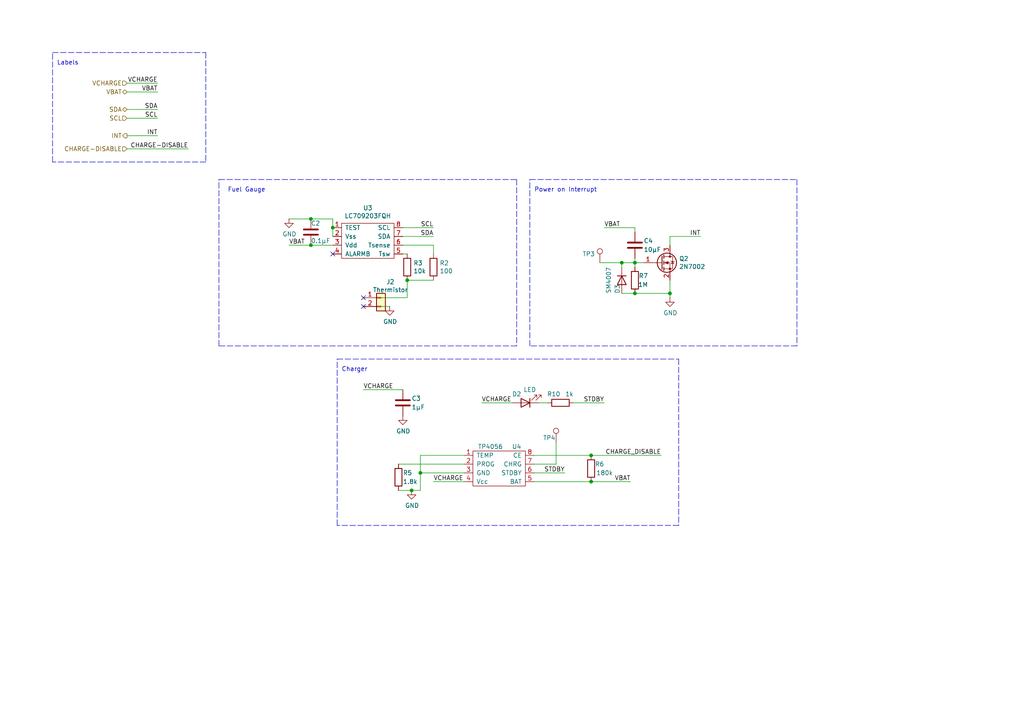
<source format=kicad_sch>
(kicad_sch (version 20250114) (generator "eeschema") (generator_version "9.0")
  (paper "A4")
  (title_block (title "SuperPower-uC") (date "2020-09-20") (rev "0.1") (comment 1 "Licence: CERN-OHL-W"))
  (lib_symbols
    (symbol "Connector:TestPoint" (pin_numbers (hide yes)) (pin_names (offset 0.762) (hide yes))
      (property "Reference" "TP" (at 0 6.858 0))
      (property "Value" "TestPoint" (at 0 5.08 0))
      (symbol "TestPoint_0_1"
        (circle (center 0 3.302) (radius 0.762))
      )
      (symbol "TestPoint_1_1"
        (pin passive line (at 0 0 90) (length 2.54) (name "1") (number "1"))
      )
    )
    (symbol "Connector_Generic:Conn_01x02" (pin_names (offset 1.016) (hide yes))
      (property "Reference" "J" (at 0 2.54 0))
      (property "Value" "Conn_01x02" (at 0 -5.08 0))
      (symbol "Conn_01x02_1_1"
        (rectangle (start -1.27 1.27) (end 1.27 -3.81) (stroke (width 0.254)) (fill (type background)))
        (rectangle (start -1.27 0.127) (end 0 -0.127) (stroke (width 0.1524)))
        (rectangle (start -1.27 -2.413) (end 0 -2.667) (stroke (width 0.1524)))
        (pin passive line (at -5.08 0 0) (length 3.81) (name "Pin_1") (number "1"))
        (pin passive line (at -5.08 -2.54 0) (length 3.81) (name "Pin_2") (number "2"))
      )
    )
    (symbol "Device:C" (pin_numbers (hide yes)) (pin_names (offset 0.254))
      (property "Reference" "C" (at 0.635 2.54 0))
      (property "Value" "C" (at 0.635 -2.54 0))
      (symbol "C_0_1"
        (polyline (pts (xy -2.032 0.762) (xy 2.032 0.762)) (stroke (width 0.508)))
        (polyline (pts (xy -2.032 -0.762) (xy 2.032 -0.762)) (stroke (width 0.508)))
      )
      (symbol "C_1_1"
        (pin passive line (at 0 3.81 270) (length 2.794) (name "~") (number "1"))
        (pin passive line (at 0 -3.81 90) (length 2.794) (name "~") (number "2"))
      )
    )
    (symbol "Device:LED" (pin_numbers (hide yes)) (pin_names (offset 1.016) (hide yes))
      (property "Reference" "D" (at 0 2.54 0))
      (property "Value" "LED" (at 0 -2.54 0))
      (symbol "LED_0_1"
        (polyline (pts (xy -3.048 -0.762) (xy -4.572 -2.286) (xy -3.81 -2.286) (xy -4.572 -2.286) (xy -4.572 -1.524)))
        (polyline (pts (xy -1.778 -0.762) (xy -3.302 -2.286) (xy -2.54 -2.286) (xy -3.302 -2.286) (xy -3.302 -1.524)))
        (polyline (pts (xy -1.27 0) (xy 1.27 0)))
        (polyline (pts (xy -1.27 -1.27) (xy -1.27 1.27)) (stroke (width 0.254)))
        (polyline (pts (xy 1.27 -1.27) (xy 1.27 1.27) (xy -1.27 0) (xy 1.27 -1.27)) (stroke (width 0.254)))
      )
      (symbol "LED_1_1"
        (pin passive line (at -3.81 0 0) (length 2.54) (name "K") (number "1"))
        (pin passive line (at 3.81 0 180) (length 2.54) (name "A") (number "2"))
      )
    )
    (symbol "Device:R" (pin_numbers (hide yes)) (pin_names (offset 0))
      (property "Reference" "R" (at 2.032 0 90))
      (property "Value" "R" (at 0 0 90))
      (symbol "R_0_1"
        (rectangle (start -1.016 -2.54) (end 1.016 2.54) (stroke (width 0.254)))
      )
      (symbol "R_1_1"
        (pin passive line (at 0 3.81 270) (length 1.27) (name "~") (number "1"))
        (pin passive line (at 0 -3.81 90) (length 1.27) (name "~") (number "2"))
      )
    )
    (symbol "Diode:SM4007" (pin_numbers (hide yes)) (pin_names (hide yes))
      (property "Reference" "D" (at 0 2.54 0))
      (property "Value" "SM4007" (at 0 -2.54 0))
      (symbol "SM4007_0_1"
        (polyline (pts (xy -1.27 1.27) (xy -1.27 -1.27)) (stroke (width 0.254)))
        (polyline (pts (xy 1.27 1.27) (xy 1.27 -1.27) (xy -1.27 0) (xy 1.27 1.27)) (stroke (width 0.254)))
        (polyline (pts (xy 1.27 0) (xy -1.27 0)))
      )
      (symbol "SM4007_1_1"
        (pin passive line (at -3.81 0 0) (length 2.54) (name "K") (number "1"))
        (pin passive line (at 3.81 0 180) (length 2.54) (name "A") (number "2"))
      )
    )
    (symbol "LC709203FQH:LC709203FQH" (pin_names (offset 1.016))
      (property "Reference" "U" (at 0 1.27 0))
      (property "Value" "LC709203FQH" (at 0 6.35 0))
      (symbol "LC709203FQH_0_0"
        (pin input line (at -10.16 3.81 0) (length 2.54) (name "TEST") (number "1"))
        (pin power_in line (at -10.16 1.27 0) (length 2.54) (name "Vss") (number "2"))
        (pin power_in line (at -10.16 -1.27 0) (length 2.54) (name "Vdd") (number "3"))
        (pin open_collector line (at -10.16 -3.81 0) (length 2.54) (name "ALARMB") (number "4"))
        (pin input line (at 10.16 3.81 180) (length 2.54) (name "SCL") (number "8"))
        (pin bidirectional line (at 10.16 1.27 180) (length 2.54) (name "SDA") (number "7"))
        (pin input line (at 10.16 -1.27 180) (length 2.54) (name "Tsense") (number "6"))
        (pin output line (at 10.16 -3.81 180) (length 2.54) (name "Tsw") (number "5"))
      )
      (symbol "LC709203FQH_0_1"
        (rectangle (start 7.62 5.08) (end -7.62 -5.08))
      )
    )
    (symbol "TP4056:TP4056" (pin_names (offset 1.016))
      (property "Reference" "U" (at 0 2.54 0))
      (property "Value" "TP4056" (at -1.27 5.08 0))
      (symbol "TP4056_0_0"
        (pin input line (at -10.16 2.54 0) (length 2.54) (name "TEMP") (number "1"))
        (pin input line (at -10.16 0 0) (length 2.54) (name "PROG") (number "2"))
        (pin power_in line (at -10.16 -2.54 0) (length 2.54) (name "GND") (number "3"))
        (pin power_in line (at -10.16 -5.08 0) (length 2.54) (name "Vcc") (number "4"))
        (pin input line (at 10.16 2.54 180) (length 2.54) (name "CE") (number "8"))
        (pin output line (at 10.16 0 180) (length 2.54) (name "CHRG") (number "7"))
        (pin output line (at 10.16 -2.54 180) (length 2.54) (name "STDBY") (number "6"))
        (pin power_out line (at 10.16 -5.08 180) (length 2.54) (name "BAT") (number "5"))
      )
      (symbol "TP4056_0_1"
        (rectangle (start -7.62 3.81) (end 7.62 -6.35))
      )
    )
    (symbol "Transistor_FET:2N7002" (pin_names (hide yes))
      (property "Reference" "Q" (at 5.08 1.905 0))
      (property "Value" "2N7002" (at 5.08 0 0))
      (symbol "2N7002_0_1"
        (polyline (pts (xy 0.254 1.905) (xy 0.254 -1.905)) (stroke (width 0.254)))
        (polyline (pts (xy 0.254 0) (xy -2.54 0)))
        (polyline (pts (xy 0.762 2.286) (xy 0.762 1.27)) (stroke (width 0.254)))
        (polyline (pts (xy 0.762 0.508) (xy 0.762 -0.508)) (stroke (width 0.254)))
        (polyline (pts (xy 0.762 -1.27) (xy 0.762 -2.286)) (stroke (width 0.254)))
        (polyline (pts (xy 0.762 -1.778) (xy 3.302 -1.778) (xy 3.302 1.778) (xy 0.762 1.778)))
        (polyline (pts (xy 1.016 0) (xy 2.032 0.381) (xy 2.032 -0.381) (xy 1.016 0)) (fill (type outline)))
        (circle (center 1.651 0) (radius 2.794) (stroke (width 0.254)))
        (polyline (pts (xy 2.54 2.54) (xy 2.54 1.778)))
        (circle (center 2.54 1.778) (radius 0.254) (fill (type outline)))
        (circle (center 2.54 -1.778) (radius 0.254) (fill (type outline)))
        (polyline (pts (xy 2.54 -2.54) (xy 2.54 0) (xy 0.762 0)))
        (polyline (pts (xy 2.794 0.508) (xy 2.921 0.381) (xy 3.683 0.381) (xy 3.81 0.254)))
        (polyline (pts (xy 3.302 0.381) (xy 2.921 -0.254) (xy 3.683 -0.254) (xy 3.302 0.381)))
      )
      (symbol "2N7002_1_1"
        (pin input line (at -5.08 0 0) (length 2.54) (name "G") (number "1"))
        (pin passive line (at 2.54 5.08 270) (length 2.54) (name "D") (number "3"))
        (pin passive line (at 2.54 -5.08 90) (length 2.54) (name "S") (number "2"))
      )
    )
    (symbol "power:GND" (power) (pin_numbers (hide yes)) (pin_names (offset 0) (hide yes))
      (property "Value" "GND" (at 0 -3.81 0))
      (symbol "GND_0_1"
        (polyline (pts (xy 0 0) (xy 0 -1.27) (xy 1.27 -1.27) (xy 0 -2.54) (xy -1.27 -1.27) (xy 0 -1.27)))
      )
      (symbol "GND_1_1"
        (pin power_in line (at 0 0 270) (length 0) (name "~") (number "1"))
      )
    )
  )
  (text "Labels\n" (at 16.51 19.05 0) (effects (font (size 1.27 1.27)) (justify left bottom)))
  (text "Charger\n" (at 99.06 107.95 0) (effects (font (size 1.27 1.27)) (justify left bottom)))
  (text "Power on Interrupt" (at 154.94 55.88 0) (effects (font (size 1.27 1.27)) (justify left bottom)))
  (text "Fuel Gauge" (at 66.04 55.88 0) (effects (font (size 1.27 1.27)) (justify left bottom)))
  (junction (at 119.38 142.24))
  (junction (at 180.34 76.2))
  (junction (at 118.11 81.28))
  (junction (at 96.52 66.04))
  (junction (at 90.17 71.12))
  (junction (at 194.31 85.09))
  (junction (at 121.92 137.16))
  (junction (at 171.45 139.7))
  (junction (at 184.15 85.09))
  (junction (at 184.15 76.2))
  (junction (at 171.45 132.08))
  (junction (at 90.17 63.5))
  (no_connect (at 96.52 73.66))
  (no_connect (at 105.41 86.36))
  (no_connect (at 105.41 88.9))
  (wire (pts (xy 121.92 132.08) (xy 121.92 137.16)))
  (wire (pts (xy 119.38 142.24) (xy 121.92 142.24)))
  (polyline (pts (xy 59.69 15.24) (xy 59.69 46.99)) (stroke (width 0) (type dash)))
  (polyline (pts (xy 59.69 46.99) (xy 15.24 46.99)) (stroke (width 0) (type dash)))
  (wire (pts (xy 171.45 139.7) (xy 182.88 139.7)))
  (polyline (pts (xy 15.24 46.99) (xy 15.24 15.24)) (stroke (width 0) (type dash)))
  (wire (pts (xy 116.84 73.66) (xy 118.11 73.66)))
  (wire (pts (xy 125.73 139.7) (xy 134.62 139.7)))
  (wire (pts (xy 171.45 132.08) (xy 154.94 132.08)))
  (wire (pts (xy 166.37 116.84) (xy 175.26 116.84)))
  (wire (pts (xy 36.83 43.18) (xy 54.61 43.18)))
  (wire (pts (xy 175.26 66.04) (xy 184.15 66.04)))
  (wire (pts (xy 194.31 71.12) (xy 194.31 68.58)))
  (wire (pts (xy 36.83 39.37) (xy 45.72 39.37)))
  (wire (pts (xy 171.45 132.08) (xy 191.77 132.08)))
  (wire (pts (xy 83.82 71.12) (xy 90.17 71.12)))
  (wire (pts (xy 116.84 71.12) (xy 125.73 71.12)))
  (wire (pts (xy 184.15 66.04) (xy 184.15 67.31)))
  (wire (pts (xy 194.31 85.09) (xy 194.31 86.36)))
  (polyline (pts (xy 149.86 100.33) (xy 63.5 100.33)) (stroke (width 0) (type dash)))
  (wire (pts (xy 180.34 76.2) (xy 173.99 76.2)))
  (wire (pts (xy 96.52 68.58) (xy 96.52 66.04)))
  (wire (pts (xy 184.15 76.2) (xy 184.15 77.47)))
  (polyline (pts (xy 15.24 15.24) (xy 59.69 15.24)) (stroke (width 0) (type dash)))
  (wire (pts (xy 45.72 31.75) (xy 36.83 31.75)))
  (wire (pts (xy 148.59 116.84) (xy 139.7 116.84)))
  (polyline (pts (xy 97.79 152.4) (xy 97.79 104.14)) (stroke (width 0) (type dash)))
  (wire (pts (xy 194.31 68.58) (xy 203.2 68.58)))
  (wire (pts (xy 171.45 139.7) (xy 154.94 139.7)))
  (wire (pts (xy 96.52 71.12) (xy 90.17 71.12)))
  (polyline (pts (xy 63.5 100.33) (xy 63.5 52.07)) (stroke (width 0) (type dash)))
  (wire (pts (xy 96.52 63.5) (xy 96.52 66.04)))
  (wire (pts (xy 121.92 132.08) (xy 134.62 132.08)))
  (wire (pts (xy 134.62 137.16) (xy 121.92 137.16)))
  (wire (pts (xy 161.29 134.62) (xy 161.29 128.27)))
  (wire (pts (xy 118.11 81.28) (xy 118.11 86.36)))
  (wire (pts (xy 121.92 137.16) (xy 121.92 142.24)))
  (polyline (pts (xy 231.14 52.07) (xy 231.14 100.33)) (stroke (width 0) (type dash)))
  (wire (pts (xy 154.94 137.16) (xy 163.83 137.16)))
  (wire (pts (xy 154.94 134.62) (xy 161.29 134.62)))
  (wire (pts (xy 184.15 76.2) (xy 186.69 76.2)))
  (polyline (pts (xy 231.14 100.33) (xy 153.67 100.33)) (stroke (width 0) (type dash)))
  (wire (pts (xy 110.49 88.9) (xy 113.03 88.9)))
  (polyline (pts (xy 196.85 104.14) (xy 196.85 152.4)) (stroke (width 0) (type dash)))
  (polyline (pts (xy 196.85 152.4) (xy 97.79 152.4)) (stroke (width 0) (type dash)))
  (wire (pts (xy 83.82 63.5) (xy 90.17 63.5)))
  (wire (pts (xy 156.21 116.84) (xy 158.75 116.84)))
  (wire (pts (xy 180.34 85.09) (xy 184.15 85.09)))
  (wire (pts (xy 125.73 66.04) (xy 116.84 66.04)))
  (wire (pts (xy 90.17 63.5) (xy 96.52 63.5)))
  (polyline (pts (xy 149.86 52.07) (xy 149.86 100.33)) (stroke (width 0) (type dash)))
  (polyline (pts (xy 153.67 52.07) (xy 231.14 52.07)) (stroke (width 0) (type dash)))
  (wire (pts (xy 105.41 113.03) (xy 116.84 113.03)))
  (wire (pts (xy 115.57 134.62) (xy 134.62 134.62)))
  (polyline (pts (xy 63.5 52.07) (xy 149.86 52.07)) (stroke (width 0) (type dash)))
  (wire (pts (xy 118.11 81.28) (xy 125.73 81.28)))
  (polyline (pts (xy 153.67 100.33) (xy 153.67 52.07)) (stroke (width 0) (type dash)))
  (wire (pts (xy 125.73 68.58) (xy 116.84 68.58)))
  (wire (pts (xy 45.72 26.67) (xy 36.83 26.67)))
  (wire (pts (xy 125.73 71.12) (xy 125.73 73.66)))
  (polyline (pts (xy 97.79 104.14) (xy 196.85 104.14)) (stroke (width 0) (type dash)))
  (wire (pts (xy 45.72 34.29) (xy 36.83 34.29)))
  (wire (pts (xy 118.11 86.36) (xy 110.49 86.36)))
  (wire (pts (xy 180.34 76.2) (xy 180.34 77.47)))
  (wire (pts (xy 194.31 81.28) (xy 194.31 85.09)))
  (wire (pts (xy 184.15 74.93) (xy 184.15 76.2)))
  (wire (pts (xy 119.38 142.24) (xy 115.57 142.24)))
  (wire (pts (xy 36.83 24.13) (xy 45.72 24.13)))
  (wire (pts (xy 184.15 76.2) (xy 180.34 76.2)))
  (wire (pts (xy 184.15 85.09) (xy 194.31 85.09)))
  (label "SCL" (at 45.72 34.29 180))
  (label "CHARGE-DISABLE" (at 54.61 43.18 180))
  (label "VBAT" (at 83.82 71.12 0))
  (label "CHARGE_DISABLE" (at 191.77 132.08 180))
  (label "INT" (at 45.72 39.37 180))
  (label "VCHARGE" (at 105.41 113.03 0))
  (label "VBAT" (at 45.72 26.67 180))
  (label "INT" (at 203.2 68.58 180))
  (label "VCHARGE" (at 125.73 139.7 0))
  (label "VBAT" (at 175.26 66.04 0))
  (label "SDA" (at 125.73 68.58 180))
  (label "SCL" (at 125.73 66.04 180))
  (label "VBAT" (at 182.88 139.7 180))
  (label "STDBY" (at 163.83 137.16 180))
  (label "VCHARGE" (at 139.7 116.84 0))
  (label "STDBY" (at 175.26 116.84 180))
  (label "SDA" (at 45.72 31.75 180))
  (label "VCHARGE" (at 45.72 24.13 180))
  (hierarchical_label "INT" (shape output) (at 36.83 39.37 180))
  (hierarchical_label "SDA" (shape bidirectional) (at 36.83 31.75 180))
  (hierarchical_label "SCL" (shape input) (at 36.83 34.29 180))
  (hierarchical_label "VBAT" (shape bidirectional) (at 36.83 26.67 180))
  (hierarchical_label "VCHARGE" (shape input) (at 36.83 24.13 180))
  (hierarchical_label "CHARGE-DISABLE" (shape input) (at 36.83 43.18 180))
  (symbol (lib_id "TP4056:TP4056") (at 144.78 134.62 0) (unit 1)
    (property "Reference" "U4" (at 149.86 129.54 0))
    (property "Value" "TP4056" (at 142.24 129.54 0))
    (property "Footprint" "Package_SO:SOP-8_3.9x4.9mm_P1.27mm" (effects (hide yes)))
    (property "Datasheet" "https://dlnmh9ip6v2uc.cloudfront.net/datasheets/Prototyping/TP4056.pdf" (effects (hide yes)))
    (property "LCSC" "C16581" (effects (hide yes)))
  )
  (symbol (lib_id "LC709203FQH:LC709203FQH") (at 106.68 69.85 0) (unit 1)
    (property "Reference" "U3" (at 106.68 60.325 0))
    (property "Value" "LC709203FQH" (at 106.68 62.6364 0))
    (property "Footprint" "Package_DFN_QFN:WDFN-8-1EP_4x3mm_P0.65mm_EP2.4x1.8mm" (effects (hide yes)))
    (property "Datasheet" "https://www.onsemi.com/pub/Collateral/LC709203F-D.PDF" (effects (hide yes)))
    (property "LCSC" "C152311" (effects (hide yes)))
  )
  (symbol (lib_id "Device:R") (at 125.73 77.47 0) (unit 1)
    (property "Reference" "R2" (at 127.508 76.3016 0) (effects (justify left)))
    (property "Value" "100" (at 127.508 78.613 0) (effects (justify left)))
    (property "Footprint" "Resistor_SMD:R_0603_1608Metric_Pad0.98x0.95mm_HandSolder" (effects (hide yes)))
    (property "LCSC" "C22775" (effects (hide yes)))
  )
  (symbol (lib_id "Device:R") (at 118.11 77.47 0) (unit 1)
    (property "Reference" "R3" (at 119.888 76.3016 0) (effects (justify left)))
    (property "Value" "10k" (at 119.888 78.613 0) (effects (justify left)))
    (property "Footprint" "Resistor_SMD:R_0603_1608Metric_Pad0.98x0.95mm_HandSolder" (effects (hide yes)))
    (property "LCSC" "C25804" (effects (hide yes)))
  )
  (symbol (lib_id "Device:C") (at 90.17 67.31 0) (unit 1)
    (property "Reference" "C2" (at 90.17 64.77 0) (effects (justify left)))
    (property "Value" "0.1µF" (at 90.17 69.85 0) (effects (justify left)))
    (property "Footprint" "Capacitor_SMD:C_0603_1608Metric_Pad1.08x0.95mm_HandSolder" (effects (hide yes)))
    (property "LCSC" "C14858" (effects (hide yes)))
  )
  (symbol (lib_id "Transistor_FET:2N7002") (at 191.77 76.2 0) (unit 1)
    (property "Reference" "Q2" (at 196.9516 75.0316 0) (effects (justify left)))
    (property "Value" "2N7002" (at 196.9516 77.343 0) (effects (justify left)))
    (property "Footprint" "Package_TO_SOT_SMD:SOT-23" (effects (hide yes)))
    (property "Datasheet" "https://www.fairchildsemi.com/datasheets/2N/2N7002.pdf" (effects (hide yes)))
    (property "LCSC" "C8545" (effects (hide yes)))
  )
  (symbol (lib_id "power:GND") (at 83.82 63.5 0) (unit 1)
    (property "Reference" "#PWR0105" (effects (hide yes)))
    (property "Value" "GND" (at 83.947 67.8942 0))
  )
  (symbol (lib_id "Device:LED") (at 152.4 116.84 180) (unit 1)
    (property "Reference" "D2" (at 149.86 114.3 0))
    (property "Value" "LED" (at 153.67 113.03 0))
    (property "Footprint" "LED_SMD:LED_0603_1608Metric_Pad1.05x0.95mm_HandSolder" (effects (hide yes)))
    (property "LCSC" "C72041" (effects (hide yes)))
  )
  (symbol (lib_id "Connector_Generic:Conn_01x02") (at 110.49 86.36 0) (unit 1)
    (property "Reference" "J2" (at 113.2332 81.7626 0))
    (property "Value" "Thermistor" (at 113.2332 84.074 0))
    (property "Footprint" "Connector_JST:JST_EH_S2B-EH_1x02_P2.50mm_Horizontal" (effects (hide yes)))
    (property "Description" "Generic connector, single row, 01x02, script generated (kicad-library-utils/schlib/autogen/connector/)" (effects (hide yes)))
    (property "LCSC" "C76589" (effects (hide yes)))
  )
  (symbol (lib_id "Diode:SM4007") (at 180.34 81.28 270) (unit 1)
    (property "Reference" "D3" (at 179.07 83.82 0))
    (property "Value" "SM4007" (at 176.53 81.28 0))
    (property "Footprint" "Diode_SMD:D_MELF" (effects (hide yes)))
    (property "Datasheet" "http://cdn-reichelt.de/documents/datenblatt/A400/SMD1N400%23DIO.pdf" (effects (hide yes)))
    (property "LCSC" "C64898" (effects (hide yes)))
  )
  (symbol (lib_id "power:GND") (at 113.03 88.9 0) (unit 1)
    (property "Reference" "#PWR0104" (effects (hide yes)))
    (property "Value" "GND" (at 113.157 93.2942 0))
  )
  (symbol (lib_id "Device:R") (at 115.57 138.43 0) (unit 1)
    (property "Reference" "R5" (at 116.84 137.16 0) (effects (justify left)))
    (property "Value" "1.8k" (at 116.84 139.7 0) (effects (justify left)))
    (property "Footprint" "Resistor_SMD:R_0603_1608Metric_Pad0.98x0.95mm_HandSolder" (effects (hide yes)))
    (property "LCSC" "C4177" (effects (hide yes)))
  )
  (symbol (lib_id "Device:R") (at 171.45 135.89 180) (unit 1)
    (property "Reference" "R6" (at 175.26 134.62 0) (effects (justify left)))
    (property "Value" "180k" (at 177.8 137.16 0) (effects (justify left)))
    (property "Footprint" "Resistor_SMD:R_0603_1608Metric_Pad0.98x0.95mm_HandSolder" (effects (hide yes)))
    (property "LCSC" "C22827" (effects (hide yes)))
  )
  (symbol (lib_id "power:GND") (at 119.38 142.24 0) (unit 1)
    (property "Reference" "#PWR0103" (effects (hide yes)))
    (property "Value" "GND" (at 119.507 146.6342 0))
  )
  (symbol (lib_id "Device:C") (at 116.84 116.84 0) (unit 1)
    (property "Reference" "C3" (at 119.38 115.57 0) (effects (justify left)))
    (property "Value" "1µF" (at 119.38 118.11 0) (effects (justify left)))
    (property "Footprint" "Capacitor_SMD:C_0603_1608Metric_Pad1.08x0.95mm_HandSolder" (effects (hide yes)))
    (property "LCSC" "C15849" (effects (hide yes)))
  )
  (symbol (lib_id "Device:R") (at 162.56 116.84 90) (unit 1)
    (property "Reference" "R10" (at 162.56 114.3 90) (effects (justify left)))
    (property "Value" "1k" (at 166.37 114.3 90) (effects (justify left)))
    (property "Footprint" "Resistor_SMD:R_0603_1608Metric_Pad0.98x0.95mm_HandSolder" (effects (hide yes)))
    (property "LCSC" "C21190" (effects (hide yes)))
  )
  (symbol (lib_id "Device:R") (at 184.15 81.28 180) (unit 1)
    (property "Reference" "R7" (at 187.96 80.01 0) (effects (justify left)))
    (property "Value" "1M" (at 187.96 82.55 0) (effects (justify left)))
    (property "Footprint" "Resistor_SMD:R_0603_1608Metric_Pad0.98x0.95mm_HandSolder" (effects (hide yes)))
    (property "LCSC" "C22935" (effects (hide yes)))
  )
  (symbol (lib_id "power:GND") (at 194.31 86.36 0) (unit 1)
    (property "Reference" "#PWR0102" (effects (hide yes)))
    (property "Value" "GND" (at 194.437 90.7542 0))
  )
  (symbol (lib_id "Device:C") (at 184.15 71.12 0) (unit 1)
    (property "Reference" "C4" (at 186.69 69.85 0) (effects (justify left)))
    (property "Value" "10µF" (at 186.69 72.39 0) (effects (justify left)))
    (property "Footprint" "Capacitor_SMD:C_0603_1608Metric_Pad1.08x0.95mm_HandSolder" (effects (hide yes)))
    (property "LCSC" "C19702" (effects (hide yes)))
  )
  (symbol (lib_id "power:GND") (at 116.84 120.65 0) (unit 1)
    (property "Reference" "#PWR0124" (effects (hide yes)))
    (property "Value" "GND" (at 116.967 125.0442 0))
  )
  (symbol (lib_id "Connector:TestPoint") (at 173.99 76.2 0) (unit 1)
    (property "Reference" "TP3" (at 168.91 73.66 0) (effects (justify left)))
    (property "Value" "TestPoint" (effects (hide yes)))
    (property "Footprint" "TestPoint:TestPoint_Pad_1.5x1.5mm" (effects (hide yes)))
  )
  (symbol (lib_id "Connector:TestPoint") (at 161.29 128.27 0) (unit 1)
    (property "Reference" "TP4" (at 157.48 127 0) (effects (justify left)))
    (property "Value" "TestPoint" (effects (hide yes)))
    (property "Footprint" "TestPoint:TestPoint_Pad_1.5x1.5mm" (effects (hide yes)))
  )
)
</source>
